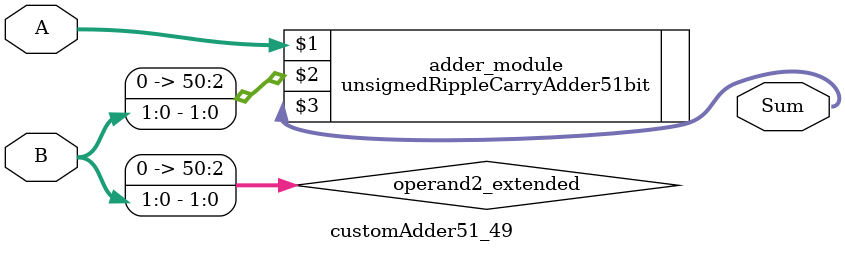
<source format=v>
module customAdder51_49(
                        input [50 : 0] A,
                        input [1 : 0] B,
                        
                        output [51 : 0] Sum
                );

        wire [50 : 0] operand2_extended;
        
        assign operand2_extended =  {49'b0, B};
        
        unsignedRippleCarryAdder51bit adder_module(
            A,
            operand2_extended,
            Sum
        );
        
        endmodule
        
</source>
